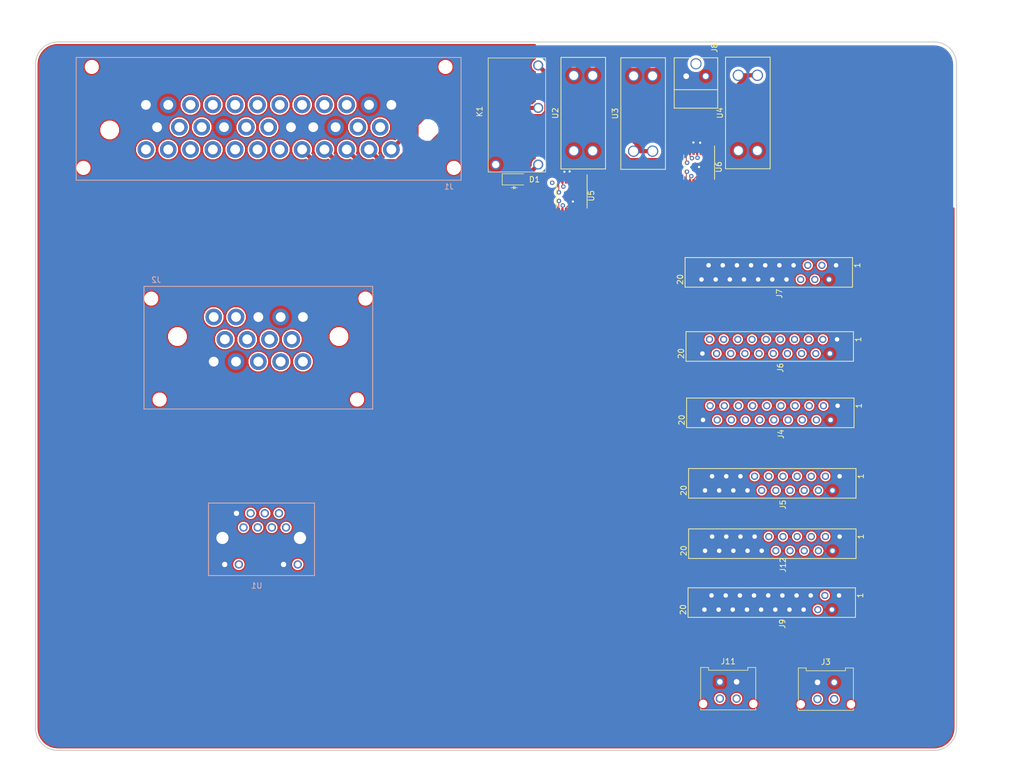
<source format=kicad_pcb>
(kicad_pcb (version 20171130) (host pcbnew 5.0.2-bee76a0~70~ubuntu18.04.1)
  (layers (0 F.Cu signal) (1 In1.Cu signal) (2 In2.Cu signal) (31 B.Cu signal) (34 B.Paste user) (35 F.Paste user) (36 B.SilkS user) (37 F.SilkS user) (38 B.Mask user) (39 F.Mask user) (44 Edge.Cuts user))
  (net 0 "")
  (net 1 "/BSPD RELAY LSD")
  (net 2 /12V)
  (net 3 "/E-STOP-R > BSPD")
  (net 4 "/FUSE > E-STOP-L")
  (net 5 "/CAN HIGH")
  (net 6 "/CAN LOW")
  (net 7 GND)
  (net 8 "/BSPD TEST SWITCH")
  (net 9 /5V)
  (net 10 "/BSPD > IS")
  (net 11 "/BSPD CURRENT SENSE")
  (net 12 "/COOLING PUMP LSD")
  (net 13 "/BRAKE PRESSURE +")
  (net 14 "/BRAKELIGHT LSD")
  (net 15 "/BRAKE PRESSURE SENSE")
  (net 16 "/BRAKE PRESSURE -")
  (net 17 "/RADIATOR TEMP -")
  (net 18 "/MC TEMP -")
  (net 19 "/MOTOR TEMP -")
  (net 20 "/RADIATOR TEMP +")
  (net 21 "/MC TEMP +")
  (net 22 "/MOTOR TEMP +")
  (net 23 /MOSI)
  (net 24 /RESET)
  (net 25 /MISO)
  (net 26 /SCK)
  (net 27 "/RJ45 LED G")
  (net 28 "/RJ45 LED O")
  (net 29 "/BATTERY +")
  (net 30 "/EXTRA TEMP 3 +")
  (net 31 "/EXTRA TEMP 2 -")
  (net 32 "/EXTRA TEMP 1 -")
  (net 33 "/EXTRA TEMP 2 +")
  (net 34 "/EXTRA TEMP 1 +")
  (net 35 "/EXTRA TEMP 3 -")
  (net 36 "/EXTRA TEMP 4 -")
  (net 37 "/EXTRA TEMP 4 +")
  (net 38 /5V_GLV)
  (net 39 /SDA_GLV)
  (net 40 /SCL_GLV)
  (net 41 /MISO_GLV)
  (net 42 /MOSI_GLV)
  (net 43 /SCK_GLV)
  (net 44 /CS_GLV)
  (net 45 /12V_Fused)
  (net 46 /12V_Cooling_Fused)
  (net 47 "Net-(U5-Pad13)")
  (net 48 /ALERT_GLV)
  (net 49 "Net-(U6-Pad13)")
  (net 50 "/COOLING PUMP +")
  (net 51 /12V_Cooling_Out)
  (net 52 /ALERT_Cool)
  (module footprints:Ampseal_35 (layer B.Cu) (at 82.55 30.48 180)
    (fp_text reference J1 (at -3.81 -10.16 180) (layer B.SilkS) (effects (justify mirror)))
    (fp_text value Ampseal_35_VT)
    (pad "" np_thru_hole circle (at 57 0 180) (size 2.85 2.85) (drill 2.85) (layers *.Cu *.Mask))
    (pad "" np_thru_hole circle (at 61.7 -6.8 180) (size 2 2) (drill 2) (layers *.Cu *.Mask))
    (pad "" np_thru_hole circle (at -4.7 -6.8 180) (size 2 2) (drill 2) (layers *.Cu *.Mask))
    (pad "" np_thru_hole circle (at 60.2 11.3 180) (size 2 2) (drill 2) (layers *.Cu *.Mask))
    (pad "" np_thru_hole circle (at -3.2 11.3 180) (size 2 2) (drill 2) (layers *.Cu *.Mask))
    (pad 31 thru_hole circle (at 34.5 -3.5 180) (size 3 3) (drill 1.75) (layers *.Cu *.Mask) (net 19 "/MOTOR TEMP -"))
    (pad 25 thru_hole circle (at 10.5 -3.5 180) (size 3 3) (drill 1.75) (layers *.Cu *.Mask) (net 3 "/E-STOP-R > BSPD"))
    (pad 26 thru_hole circle (at 14.5 -3.5 180) (size 3 3) (drill 1.75) (layers *.Cu *.Mask) (net 4 "/FUSE > E-STOP-L"))
    (pad 27 thru_hole circle (at 18.5 -3.5 180) (size 3 3) (drill 1.75) (layers *.Cu *.Mask) (net 50 "/COOLING PUMP +"))
    (pad 28 thru_hole circle (at 22.5 -3.5 180) (size 3 3) (drill 1.75) (layers *.Cu *.Mask) (net 51 /12V_Cooling_Out))
    (pad 29 thru_hole circle (at 26.5 -3.5 180) (size 3 3) (drill 1.75) (layers *.Cu *.Mask) (net 12 "/COOLING PUMP LSD"))
    (pad 30 thru_hole circle (at 30.5 -3.5 180) (size 3 3) (drill 1.75) (layers *.Cu *.Mask) (net 22 "/MOTOR TEMP +"))
    (pad 14 thru_hole circle (at 12.5 0.5 180) (size 3 3) (drill 1.75) (layers *.Cu *.Mask) (net 6 "/CAN LOW"))
    (pad 15 thru_hole circle (at 16.5 0.5 180) (size 3 3) (drill 1.75) (layers *.Cu *.Mask) (net 2 /12V))
    (pad 17 thru_hole circle (at 24.5 0.5 180) (size 3 3) (drill 1.75) (layers *.Cu *.Mask) (net 7 GND))
    (pad 16 thru_hole circle (at 20.5 0.5 180) (size 3 3) (drill 1.75) (layers *.Cu *.Mask) (net 7 GND))
    (pad 18 thru_hole circle (at 28.5 0.5 180) (size 3 3) (drill 1.75) (layers *.Cu *.Mask) (net 20 "/RADIATOR TEMP +"))
    (pad 19 thru_hole circle (at 32.5 0.5 180) (size 3 3) (drill 1.75) (layers *.Cu *.Mask) (net 17 "/RADIATOR TEMP -"))
    (pad 7 thru_hole circle (at 30.5 4.5 180) (size 3 3) (drill 1.75) (layers *.Cu *.Mask) (net 30 "/EXTRA TEMP 3 +"))
    (pad 6 thru_hole circle (at 26.5 4.5 180) (size 3 3) (drill 1.75) (layers *.Cu *.Mask) (net 31 "/EXTRA TEMP 2 -"))
    (pad 4 thru_hole circle (at 18.5 4.5 180) (size 3 3) (drill 1.75) (layers *.Cu *.Mask) (net 32 "/EXTRA TEMP 1 -"))
    (pad 5 thru_hole circle (at 22.5 4.5 180) (size 3 3) (drill 1.75) (layers *.Cu *.Mask) (net 33 "/EXTRA TEMP 2 +"))
    (pad 3 thru_hole circle (at 14.5 4.5 180) (size 3 3) (drill 1.75) (layers *.Cu *.Mask) (net 34 "/EXTRA TEMP 1 +"))
    (pad 2 thru_hole circle (at 10.5 4.5 180) (size 3 3) (drill 1.75) (layers *.Cu *.Mask) (net 2 /12V))
    (pad 24 thru_hole circle (at 6.5 -3.5 180) (size 3 3) (drill 1.75) (layers *.Cu *.Mask) (net 10 "/BSPD > IS"))
    (pad 13 thru_hole circle (at 8.5 0.5 180) (size 3 3) (drill 1.75) (layers *.Cu *.Mask) (net 5 "/CAN HIGH"))
    (pad 1 thru_hole circle (at 6.5 4.5 180) (size 3 3) (drill 1.75) (layers *.Cu *.Mask) (net 7 GND))
    (pad "" np_thru_hole circle (at 0 0 180) (size 2.85 2.85) (drill 2.85) (layers *.Cu *.Mask))
    (pad 8 thru_hole circle (at 34.5 4.5 180) (size 3 3) (drill 1.75) (layers *.Cu *.Mask) (net 35 "/EXTRA TEMP 3 -"))
    (pad 20 thru_hole circle (at 36.5 0.5 180) (size 3 3) (drill 1.75) (layers *.Cu *.Mask) (net 2 /12V))
    (pad 32 thru_hole circle (at 38.5 -3.5 180) (size 3 3) (drill 1.75) (layers *.Cu *.Mask) (net 21 "/MC TEMP +"))
    (pad 9 thru_hole circle (at 38.5 4.5 180) (size 3 3) (drill 1.75) (layers *.Cu *.Mask) (net 37 "/EXTRA TEMP 4 +"))
    (pad 33 thru_hole circle (at 42.5 -3.5 180) (size 3 3) (drill 1.75) (layers *.Cu *.Mask) (net 18 "/MC TEMP -"))
    (pad 21 thru_hole circle (at 40.5 0.5 180) (size 3 3) (drill 1.75) (layers *.Cu *.Mask) (net 5 "/CAN HIGH"))
    (pad 10 thru_hole circle (at 42.5 4.5 180) (size 3 3) (drill 1.75) (layers *.Cu *.Mask) (net 36 "/EXTRA TEMP 4 -"))
    (pad 34 thru_hole circle (at 46.5 -3.5 180) (size 3 3) (drill 1.75) (layers *.Cu *.Mask) (net 5 "/CAN HIGH"))
    (pad 22 thru_hole circle (at 44.5 0.5 180) (size 3 3) (drill 1.75) (layers *.Cu *.Mask) (net 6 "/CAN LOW"))
    (pad 11 thru_hole circle (at 46.5 4.5 180) (size 3 3) (drill 1.75) (layers *.Cu *.Mask) (net 2 /12V))
    (pad 35 thru_hole circle (at 50.5 -3.5 180) (size 3 3) (drill 1.75) (layers *.Cu *.Mask) (net 6 "/CAN LOW"))
    (pad 23 thru_hole circle (at 48.5 0.5 180) (size 3 3) (drill 1.75) (layers *.Cu *.Mask) (net 7 GND))
    (pad 12 thru_hole circle (at 50.5 4.5 180) (size 3 3) (drill 1.75) (layers *.Cu *.Mask) (net 7 GND))
  )
  (module footprints:D_SOD-123W_OEM (layer F.Cu) (at 98.1202 39.3319)
    (fp_text reference D1 (at 3.57886 0.02286) (layer F.SilkS))
    (fp_text value SS110LW hide)
    (pad 1 smd rect (at -1.4 0) (size 1.2 1.2) (layers F.Cu F.Paste F.Mask) (net 2 /12V))
    (pad 2 smd rect (at 1.4 0) (size 1.2 1.2) (layers F.Cu F.Paste F.Mask) (net 1 "/BSPD RELAY LSD"))
  )
  (module footprints:Ampseal_14 (layer B.Cu) (at 37.70122 67.51066)
    (fp_text reference J2 (at -3.81 -10.16) (layer B.SilkS) (effects (justify mirror)))
    (fp_text value Ampseal_14_VT)
    (pad "" np_thru_hole circle (at 28.95 0) (size 2.85 2.85) (drill 2.85) (layers *.Cu *.Mask))
    (pad "" np_thru_hole circle (at 33.7 -6.8) (size 2 2) (drill 2) (layers *.Cu *.Mask))
    (pad "" np_thru_hole circle (at -4.7 -6.8) (size 2 2) (drill 2) (layers *.Cu *.Mask))
    (pad "" np_thru_hole circle (at 32.2 11.3) (size 2 2) (drill 2) (layers *.Cu *.Mask))
    (pad "" np_thru_hole circle (at -3.2 11.3) (size 2 2) (drill 2) (layers *.Cu *.Mask))
    (pad 11 thru_hole circle (at 10.5 -3.5) (size 3 3) (drill 1.75) (layers *.Cu *.Mask) (net 6 "/CAN LOW"))
    (pad 12 thru_hole circle (at 14.5 -3.5) (size 3 3) (drill 1.75) (layers *.Cu *.Mask) (net 7 GND))
    (pad 13 thru_hole circle (at 18.5 -3.5) (size 3 3) (drill 1.75) (layers *.Cu *.Mask) (net 2 /12V))
    (pad 14 thru_hole circle (at 22.5 -3.5) (size 3 3) (drill 1.75) (layers *.Cu *.Mask) (net 7 GND))
    (pad 7 thru_hole circle (at 12.5 0.5) (size 3 3) (drill 1.75) (layers *.Cu *.Mask) (net 13 "/BRAKE PRESSURE +"))
    (pad 8 thru_hole circle (at 16.5 0.5) (size 3 3) (drill 1.75) (layers *.Cu *.Mask) (net 15 "/BRAKE PRESSURE SENSE"))
    (pad 9 thru_hole circle (at 20.5 0.5) (size 3 3) (drill 1.75) (layers *.Cu *.Mask) (net 16 "/BRAKE PRESSURE -"))
    (pad 4 thru_hole circle (at 18.5 4.5) (size 3 3) (drill 1.75) (layers *.Cu *.Mask) (net 8 "/BSPD TEST SWITCH"))
    (pad 5 thru_hole circle (at 22.5 4.5) (size 3 3) (drill 1.75) (layers *.Cu *.Mask) (net 9 /5V))
    (pad 3 thru_hole circle (at 14.5 4.5) (size 3 3) (drill 1.75) (layers *.Cu *.Mask) (net 14 "/BRAKELIGHT LSD"))
    (pad 2 thru_hole circle (at 10.5 4.5) (size 3 3) (drill 1.75) (layers *.Cu *.Mask) (net 2 /12V))
    (pad 10 thru_hole circle (at 6.5 -3.5) (size 3 3) (drill 1.75) (layers *.Cu *.Mask) (net 5 "/CAN HIGH"))
    (pad 6 thru_hole circle (at 8.5 0.5) (size 3 3) (drill 1.75) (layers *.Cu *.Mask) (net 11 "/BSPD CURRENT SENSE"))
    (pad 1 thru_hole circle (at 6.5 4.5) (size 3 3) (drill 1.75) (layers *.Cu *.Mask) (net 7 GND))
    (pad "" np_thru_hole circle (at 0 0) (size 2.85 2.85) (drill 2.85) (layers *.Cu *.Mask))
  )
  (module footprints:MicroFit_VT_4 (layer F.Cu) (at 152.43556 129.5019)
    (fp_text reference J3 (at 1.5 -3.67) (layer F.SilkS))
    (fp_text value MicroFit_VT_4)
    (pad "" np_thru_hole circle (at -3 3.94) (size 1 1) (drill 1) (layers *.Cu *.Mask))
    (pad "" np_thru_hole circle (at 6 3.94) (size 1 1) (drill 1) (layers *.Cu *.Mask))
    (pad 1 thru_hole roundrect (at 0 0) (size 1.5 1.5) (drill 1) (layers *.Cu *.Mask) (roundrect_rratio 0.166667) (net 7 GND))
    (pad 2 thru_hole circle (at 3 0) (size 1.5 1.5) (drill 1) (layers *.Cu *.Mask) (net 2 /12V))
    (pad 3 thru_hole circle (at 0 3) (size 1.5 1.5) (drill 1) (layers *.Cu *.Mask) (net 5 "/CAN HIGH"))
    (pad 4 thru_hole circle (at 3 3) (size 1.5 1.5) (drill 1) (layers *.Cu *.Mask) (net 6 "/CAN LOW"))
  )
  (module footprints:micromatch_female_ra_20 (layer F.Cu) (at 150.96744 79.9211 270)
    (fp_text reference J4 (at 5.08 5.08 270) (layer F.SilkS))
    (fp_text value MM_M_VT_20 hide)
    (fp_text user 1 (at 0 -8.89 270) (layer F.SilkS))
    (fp_text user 20 (at 2.54 22.86 270) (layer F.SilkS))
    (pad 20 thru_hole circle (at 2.54 19.05 270) (size 1.3 1.3) (drill 0.8) (layers *.Cu *.Mask) (net 7 GND))
    (pad 19 thru_hole circle (at 0 17.78 270) (size 1.3 1.3) (drill 0.8) (layers *.Cu *.Mask) (net 11 "/BSPD CURRENT SENSE"))
    (pad 18 thru_hole circle (at 2.54 16.51 270) (size 1.3 1.3) (drill 0.8) (layers *.Cu *.Mask) (net 10 "/BSPD > IS"))
    (pad 17 thru_hole circle (at 0 15.24 270) (size 1.3 1.3) (drill 0.8) (layers *.Cu *.Mask) (net 1 "/BSPD RELAY LSD"))
    (pad 16 thru_hole circle (at 2.54 13.97 270) (size 1.3 1.3) (drill 0.8) (layers *.Cu *.Mask) (net 28 "/RJ45 LED O"))
    (pad 15 thru_hole circle (at 0 12.7 270) (size 1.3 1.3) (drill 0.8) (layers *.Cu *.Mask) (net 27 "/RJ45 LED G"))
    (pad 14 thru_hole circle (at 2.54 11.43 270) (size 1.3 1.3) (drill 0.8) (layers *.Cu *.Mask) (net 8 "/BSPD TEST SWITCH"))
    (pad 13 thru_hole circle (at 0 10.16 270) (size 1.3 1.3) (drill 0.8) (layers *.Cu *.Mask) (net 14 "/BRAKELIGHT LSD"))
    (pad 12 thru_hole circle (at 2.54 8.89 270) (size 1.3 1.3) (drill 0.8) (layers *.Cu *.Mask) (net 16 "/BRAKE PRESSURE -"))
    (pad 11 thru_hole circle (at 0 7.62 270) (size 1.3 1.3) (drill 0.8) (layers *.Cu *.Mask) (net 15 "/BRAKE PRESSURE SENSE"))
    (pad 10 thru_hole circle (at 2.54 6.35 270) (size 1.3 1.3) (drill 0.8) (layers *.Cu *.Mask) (net 13 "/BRAKE PRESSURE +"))
    (pad 9 thru_hole circle (at 0 5.08 270) (size 1.3 1.3) (drill 0.8) (layers *.Cu *.Mask) (net 6 "/CAN LOW"))
    (pad 8 thru_hole circle (at 2.54 3.81 270) (size 1.3 1.3) (drill 0.8) (layers *.Cu *.Mask) (net 5 "/CAN HIGH"))
    (pad 6 thru_hole circle (at 2.54 1.27 270) (size 1.3 1.3) (drill 0.8) (layers *.Cu *.Mask) (net 26 /SCK))
    (pad 4 thru_hole circle (at 2.54 -1.27 270) (size 1.3 1.3) (drill 0.8) (layers *.Cu *.Mask) (net 25 /MISO))
    (pad 2 thru_hole circle (at 2.54 -3.81 270) (size 1.3 1.3) (drill 0.8) (layers *.Cu *.Mask) (net 2 /12V))
    (pad 7 thru_hole circle (at 0 2.54 270) (size 1.3 1.3) (drill 0.8) (layers *.Cu *.Mask) (net 24 /RESET))
    (pad 1 thru_hole circle (at 0 -5.08 270) (size 1.3 1.3) (drill 0.8) (layers *.Cu *.Mask) (net 7 GND))
    (pad 3 thru_hole circle (at 0 -2.54 270) (size 1.3 1.3) (drill 0.8) (layers *.Cu *.Mask) (net 9 /5V))
    (pad 5 thru_hole circle (at 0 0 270) (size 1.3 1.3) (drill 0.8) (layers *.Cu *.Mask) (net 23 /MOSI))
  )
  (module footprints:micromatch_female_ra_20 (layer F.Cu) (at 151.3205 92.56014 270)
    (fp_text reference J5 (at 5.08 5.08 270) (layer F.SilkS))
    (fp_text value MM_F_RA_20 hide)
    (fp_text user 20 (at 2.54 22.86 270) (layer F.SilkS))
    (fp_text user 1 (at 0 -8.89 270) (layer F.SilkS))
    (pad 5 thru_hole circle (at 0 0 270) (size 1.3 1.3) (drill 0.8) (layers *.Cu *.Mask) (net 38 /5V_GLV))
    (pad 3 thru_hole circle (at 0 -2.54 270) (size 1.3 1.3) (drill 0.8) (layers *.Cu *.Mask) (net 5 "/CAN HIGH"))
    (pad 1 thru_hole circle (at 0 -5.08 270) (size 1.3 1.3) (drill 0.8) (layers *.Cu *.Mask) (net 7 GND))
    (pad 7 thru_hole circle (at 0 2.54 270) (size 1.3 1.3) (drill 0.8) (layers *.Cu *.Mask) (net 40 /SCL_GLV))
    (pad 2 thru_hole circle (at 2.54 -3.81 270) (size 1.3 1.3) (drill 0.8) (layers *.Cu *.Mask) (net 2 /12V))
    (pad 4 thru_hole circle (at 2.54 -1.27 270) (size 1.3 1.3) (drill 0.8) (layers *.Cu *.Mask) (net 6 "/CAN LOW"))
    (pad 6 thru_hole circle (at 2.54 1.27 270) (size 1.3 1.3) (drill 0.8) (layers *.Cu *.Mask) (net 39 /SDA_GLV))
    (pad 8 thru_hole circle (at 2.54 3.81 270) (size 1.3 1.3) (drill 0.8) (layers *.Cu *.Mask) (net 41 /MISO_GLV))
    (pad 9 thru_hole circle (at 0 5.08 270) (size 1.3 1.3) (drill 0.8) (layers *.Cu *.Mask) (net 42 /MOSI_GLV))
    (pad 10 thru_hole circle (at 2.54 6.35 270) (size 1.3 1.3) (drill 0.8) (layers *.Cu *.Mask) (net 44 /CS_GLV))
    (pad 11 thru_hole circle (at 0 7.62 270) (size 1.3 1.3) (drill 0.8) (layers *.Cu *.Mask) (net 43 /SCK_GLV))
    (pad 12 thru_hole circle (at 2.54 8.89 270) (size 1.3 1.3) (drill 0.8) (layers *.Cu *.Mask) (net 48 /ALERT_GLV))
    (pad 13 thru_hole circle (at 0 10.16 270) (size 1.3 1.3) (drill 0.8) (layers *.Cu *.Mask) (net 52 /ALERT_Cool))
    (pad 14 thru_hole circle (at 2.54 11.43 270) (size 1.3 1.3) (drill 0.8) (layers *.Cu *.Mask) (net 7 GND))
    (pad 15 thru_hole circle (at 0 12.7 270) (size 1.3 1.3) (drill 0.8) (layers *.Cu *.Mask) (net 7 GND))
    (pad 16 thru_hole circle (at 2.54 13.97 270) (size 1.3 1.3) (drill 0.8) (layers *.Cu *.Mask) (net 7 GND))
    (pad 17 thru_hole circle (at 0 15.24 270) (size 1.3 1.3) (drill 0.8) (layers *.Cu *.Mask) (net 7 GND))
    (pad 18 thru_hole circle (at 2.54 16.51 270) (size 1.3 1.3) (drill 0.8) (layers *.Cu *.Mask) (net 7 GND))
    (pad 19 thru_hole circle (at 0 17.78 270) (size 1.3 1.3) (drill 0.8) (layers *.Cu *.Mask) (net 7 GND))
    (pad 20 thru_hole circle (at 2.54 19.05 270) (size 1.3 1.3) (drill 0.8) (layers *.Cu *.Mask) (net 7 GND))
  )
  (module footprints:micromatch_female_ra_20 (layer F.Cu) (at 150.85822 68.01866 270)
    (fp_text reference J6 (at 5.08 5.08 270) (layer F.SilkS))
    (fp_text value MM_M_VT_20 hide)
    (fp_text user 20 (at 2.54 22.86 270) (layer F.SilkS))
    (fp_text user 1 (at 0 -8.89 270) (layer F.SilkS))
    (pad 5 thru_hole circle (at 0 0 270) (size 1.3 1.3) (drill 0.8) (layers *.Cu *.Mask) (net 12 "/COOLING PUMP LSD"))
    (pad 3 thru_hole circle (at 0 -2.54 270) (size 1.3 1.3) (drill 0.8) (layers *.Cu *.Mask) (net 5 "/CAN HIGH"))
    (pad 1 thru_hole circle (at 0 -5.08 270) (size 1.3 1.3) (drill 0.8) (layers *.Cu *.Mask) (net 7 GND))
    (pad 7 thru_hole circle (at 0 2.54 270) (size 1.3 1.3) (drill 0.8) (layers *.Cu *.Mask) (net 17 "/RADIATOR TEMP -"))
    (pad 2 thru_hole circle (at 2.54 -3.81 270) (size 1.3 1.3) (drill 0.8) (layers *.Cu *.Mask) (net 2 /12V))
    (pad 4 thru_hole circle (at 2.54 -1.27 270) (size 1.3 1.3) (drill 0.8) (layers *.Cu *.Mask) (net 6 "/CAN LOW"))
    (pad 6 thru_hole circle (at 2.54 1.27 270) (size 1.3 1.3) (drill 0.8) (layers *.Cu *.Mask) (net 20 "/RADIATOR TEMP +"))
    (pad 8 thru_hole circle (at 2.54 3.81 270) (size 1.3 1.3) (drill 0.8) (layers *.Cu *.Mask) (net 22 "/MOTOR TEMP +"))
    (pad 9 thru_hole circle (at 0 5.08 270) (size 1.3 1.3) (drill 0.8) (layers *.Cu *.Mask) (net 19 "/MOTOR TEMP -"))
    (pad 10 thru_hole circle (at 2.54 6.35 270) (size 1.3 1.3) (drill 0.8) (layers *.Cu *.Mask) (net 21 "/MC TEMP +"))
    (pad 11 thru_hole circle (at 0 7.62 270) (size 1.3 1.3) (drill 0.8) (layers *.Cu *.Mask) (net 18 "/MC TEMP -"))
    (pad 12 thru_hole circle (at 2.54 8.89 270) (size 1.3 1.3) (drill 0.8) (layers *.Cu *.Mask) (net 34 "/EXTRA TEMP 1 +"))
    (pad 13 thru_hole circle (at 0 10.16 270) (size 1.3 1.3) (drill 0.8) (layers *.Cu *.Mask) (net 32 "/EXTRA TEMP 1 -"))
    (pad 14 thru_hole circle (at 2.54 11.43 270) (size 1.3 1.3) (drill 0.8) (layers *.Cu *.Mask) (net 33 "/EXTRA TEMP 2 +"))
    (pad 15 thru_hole circle (at 0 12.7 270) (size 1.3 1.3) (drill 0.8) (layers *.Cu *.Mask) (net 31 "/EXTRA TEMP 2 -"))
    (pad 16 thru_hole circle (at 2.54 13.97 270) (size 1.3 1.3) (drill 0.8) (layers *.Cu *.Mask) (net 30 "/EXTRA TEMP 3 +"))
    (pad 17 thru_hole circle (at 0 15.24 270) (size 1.3 1.3) (drill 0.8) (layers *.Cu *.Mask) (net 35 "/EXTRA TEMP 3 -"))
    (pad 18 thru_hole circle (at 2.54 16.51 270) (size 1.3 1.3) (drill 0.8) (layers *.Cu *.Mask) (net 37 "/EXTRA TEMP 4 +"))
    (pad 19 thru_hole circle (at 0 17.78 270) (size 1.3 1.3) (drill 0.8) (layers *.Cu *.Mask) (net 36 "/EXTRA TEMP 4 -"))
    (pad 20 thru_hole circle (at 2.54 19.05 270) (size 1.3 1.3) (drill 0.8) (layers *.Cu *.Mask) (net 7 GND))
  )
  (module footprints:micromatch_female_ra_20 (layer F.Cu) (at 150.69058 54.73954 270)
    (fp_text reference J7 (at 5.08 5.08 270) (layer F.SilkS))
    (fp_text value MM_M_VT_20 hide)
    (fp_text user 20 (at 2.54 22.86 270) (layer F.SilkS))
    (fp_text user 1 (at 0 -8.89 270) (layer F.SilkS))
    (pad 5 thru_hole circle (at 0 0 270) (size 1.3 1.3) (drill 0.8) (layers *.Cu *.Mask) (net 3 "/E-STOP-R > BSPD"))
    (pad 3 thru_hole circle (at 0 -2.54 270) (size 1.3 1.3) (drill 0.8) (layers *.Cu *.Mask) (net 5 "/CAN HIGH"))
    (pad 1 thru_hole circle (at 0 -5.08 270) (size 1.3 1.3) (drill 0.8) (layers *.Cu *.Mask) (net 7 GND))
    (pad 7 thru_hole circle (at 0 2.54 270) (size 1.3 1.3) (drill 0.8) (layers *.Cu *.Mask) (net 7 GND))
    (pad 2 thru_hole circle (at 2.54 -3.81 270) (size 1.3 1.3) (drill 0.8) (layers *.Cu *.Mask) (net 2 /12V))
    (pad 4 thru_hole circle (at 2.54 -1.27 270) (size 1.3 1.3) (drill 0.8) (layers *.Cu *.Mask) (net 6 "/CAN LOW"))
    (pad 6 thru_hole circle (at 2.54 1.27 270) (size 1.3 1.3) (drill 0.8) (layers *.Cu *.Mask) (net 4 "/FUSE > E-STOP-L"))
    (pad 8 thru_hole circle (at 2.54 3.81 270) (size 1.3 1.3) (drill 0.8) (layers *.Cu *.Mask) (net 7 GND))
    (pad 9 thru_hole circle (at 0 5.08 270) (size 1.3 1.3) (drill 0.8) (layers *.Cu *.Mask) (net 7 GND))
    (pad 10 thru_hole circle (at 2.54 6.35 270) (size 1.3 1.3) (drill 0.8) (layers *.Cu *.Mask) (net 7 GND))
    (pad 11 thru_hole circle (at 0 7.62 270) (size 1.3 1.3) (drill 0.8) (layers *.Cu *.Mask) (net 7 GND))
    (pad 12 thru_hole circle (at 2.54 8.89 270) (size 1.3 1.3) (drill 0.8) (layers *.Cu *.Mask) (net 7 GND))
    (pad 13 thru_hole circle (at 0 10.16 270) (size 1.3 1.3) (drill 0.8) (layers *.Cu *.Mask) (net 7 GND))
    (pad 14 thru_hole circle (at 2.54 11.43 270) (size 1.3 1.3) (drill 0.8) (layers *.Cu *.Mask) (net 7 GND))
    (pad 15 thru_hole circle (at 0 12.7 270) (size 1.3 1.3) (drill 0.8) (layers *.Cu *.Mask) (net 7 GND))
    (pad 16 thru_hole circle (at 2.54 13.97 270) (size 1.3 1.3) (drill 0.8) (layers *.Cu *.Mask) (net 7 GND))
    (pad 17 thru_hole circle (at 0 15.24 270) (size 1.3 1.3) (drill 0.8) (layers *.Cu *.Mask) (net 7 GND))
    (pad 18 thru_hole circle (at 2.54 16.51 270) (size 1.3 1.3) (drill 0.8) (layers *.Cu *.Mask) (net 7 GND))
    (pad 19 thru_hole circle (at 0 17.78 270) (size 1.3 1.3) (drill 0.8) (layers *.Cu *.Mask) (net 7 GND))
    (pad 20 thru_hole circle (at 2.54 19.05 270) (size 1.3 1.3) (drill 0.8) (layers *.Cu *.Mask) (net 7 GND))
  )
  (module footprints:Ultrafit_2 (layer F.Cu) (at 128.89992 20.8407 90)
    (fp_text reference J8 (at 5.08 5.08 90) (layer F.SilkS))
    (fp_text value UF_2_VT hide)
    (pad 2 thru_hole circle (at 0 0 90) (size 1.397 1.397) (drill 1.02) (layers *.Cu *.Mask) (net 7 GND))
    (pad 1 thru_hole circle (at 0 3.5 90) (size 1.397 1.397) (drill 1.02) (layers *.Cu *.Mask) (net 29 "/BATTERY +"))
    (pad "" thru_hole circle (at 2.23 1.75 90) (size 1.981 1.981) (drill 1.6) (layers *.Cu *.Mask))
  )
  (module footprints:micromatch_female_ra_20 (layer F.Cu) (at 151.22144 113.92662 270)
    (fp_text reference J9 (at 5.08 5.08 270) (layer F.SilkS))
    (fp_text value MM_M_VT_20 hide)
    (fp_text user 20 (at 2.54 22.86 270) (layer F.SilkS))
    (fp_text user 1 (at 0 -8.89 270) (layer F.SilkS))
    (pad 5 thru_hole circle (at 0 0 270) (size 1.3 1.3) (drill 0.8) (layers *.Cu *.Mask) (net 7 GND))
    (pad 3 thru_hole circle (at 0 -2.54 270) (size 1.3 1.3) (drill 0.8) (layers *.Cu *.Mask) (net 5 "/CAN HIGH"))
    (pad 1 thru_hole circle (at 0 -5.08 270) (size 1.3 1.3) (drill 0.8) (layers *.Cu *.Mask) (net 7 GND))
    (pad 7 thru_hole circle (at 0 2.54 270) (size 1.3 1.3) (drill 0.8) (layers *.Cu *.Mask) (net 7 GND))
    (pad 2 thru_hole circle (at 2.54 -3.81 270) (size 1.3 1.3) (drill 0.8) (layers *.Cu *.Mask) (net 2 /12V))
    (pad 4 thru_hole circle (at 2.54 -1.27 270) (size 1.3 1.3) (drill 0.8) (layers *.Cu *.Mask) (net 6 "/CAN LOW"))
    (pad 6 thru_hole circle (at 2.54 1.27 270) (size 1.3 1.3) (drill 0.8) (layers *.Cu *.Mask) (net 7 GND))
    (pad 8 thru_hole circle (at 2.54 3.81 270) (size 1.3 1.3) (drill 0.8) (layers *.Cu *.Mask) (net 7 GND))
    (pad 9 thru_hole circle (at 0 5.08 270) (size 1.3 1.3) (drill 0.8) (layers *.Cu *.Mask) (net 7 GND))
    (pad 10 thru_hole circle (at 2.54 6.35 270) (size 1.3 1.3) (drill 0.8) (layers *.Cu *.Mask) (net 7 GND))
    (pad 11 thru_hole circle (at 0 7.62 270) (size 1.3 1.3) (drill 0.8) (layers *.Cu *.Mask) (net 7 GND))
    (pad 12 thru_hole circle (at 2.54 8.89 270) (size 1.3 1.3) (drill 0.8) (layers *.Cu *.Mask) (net 7 GND))
    (pad 13 thru_hole circle (at 0 10.16 270) (size 1.3 1.3) (drill 0.8) (layers *.Cu *.Mask) (net 7 GND))
    (pad 14 thru_hole circle (at 2.54 11.43 270) (size 1.3 1.3) (drill 0.8) (layers *.Cu *.Mask) (net 7 GND))
    (pad 15 thru_hole circle (at 0 12.7 270) (size 1.3 1.3) (drill 0.8) (layers *.Cu *.Mask) (net 7 GND))
    (pad 16 thru_hole circle (at 2.54 13.97 270) (size 1.3 1.3) (drill 0.8) (layers *.Cu *.Mask) (net 7 GND))
    (pad 17 thru_hole circle (at 0 15.24 270) (size 1.3 1.3) (drill 0.8) (layers *.Cu *.Mask) (net 7 GND))
    (pad 18 thru_hole circle (at 2.54 16.51 270) (size 1.3 1.3) (drill 0.8) (layers *.Cu *.Mask) (net 7 GND))
    (pad 19 thru_hole circle (at 0 17.78 270) (size 1.3 1.3) (drill 0.8) (layers *.Cu *.Mask) (net 7 GND))
    (pad 20 thru_hole circle (at 2.54 19.05 270) (size 1.3 1.3) (drill 0.8) (layers *.Cu *.Mask) (net 7 GND))
  )
  (module footprints:MicroFit_VT_4 (layer F.Cu) (at 134.93496 129.41554)
    (fp_text reference J11 (at 1.5 -3.67) (layer F.SilkS))
    (fp_text value MicroFit_VT_4)
    (pad 4 thru_hole circle (at 3 3) (size 1.5 1.5) (drill 1) (layers *.Cu *.Mask) (net 6 "/CAN LOW"))
    (pad 3 thru_hole circle (at 0 3) (size 1.5 1.5) (drill 1) (layers *.Cu *.Mask) (net 5 "/CAN HIGH"))
    (pad 2 thru_hole circle (at 3 0) (size 1.5 1.5) (drill 1) (layers *.Cu *.Mask) (net 7 GND))
    (pad 1 thru_hole roundrect (at 0 0) (size 1.5 1.5) (drill 1) (layers *.Cu *.Mask) (roundrect_rratio 0.166667) (net 2 /12V))
    (pad "" np_thru_hole circle (at 6 3.94) (size 1 1) (drill 1) (layers *.Cu *.Mask))
    (pad "" np_thru_hole circle (at -3 3.94) (size 1 1) (drill 1) (layers *.Cu *.Mask))
  )
  (module footprints:micromatch_female_ra_20 (layer F.Cu) (at 151.32558 103.37038 270)
    (fp_text reference J12 (at 5.08 5.08 270) (layer F.SilkS))
    (fp_text value MM_F_RA_20 hide)
    (fp_text user 1 (at 0 -8.89 270) (layer F.SilkS))
    (fp_text user 20 (at 2.54 22.86 270) (layer F.SilkS))
    (pad 20 thru_hole circle (at 2.54 19.05 270) (size 1.3 1.3) (drill 0.8) (layers *.Cu *.Mask) (net 7 GND))
    (pad 19 thru_hole circle (at 0 17.78 270) (size 1.3 1.3) (drill 0.8) (layers *.Cu *.Mask) (net 7 GND))
    (pad 18 thru_hole circle (at 2.54 16.51 270) (size 1.3 1.3) (drill 0.8) (layers *.Cu *.Mask) (net 7 GND))
    (pad 17 thru_hole circle (at 0 15.24 270) (size 1.3 1.3) (drill 0.8) (layers *.Cu *.Mask) (net 7 GND))
    (pad 16 thru_hole circle (at 2.54 13.97 270) (size 1.3 1.3) (drill 0.8) (layers *.Cu *.Mask) (net 7 GND))
    (pad 15 thru_hole circle (at 0 12.7 270) (size 1.3 1.3) (drill 0.8) (layers *.Cu *.Mask) (net 7 GND))
    (pad 14 thru_hole circle (at 2.54 11.43 270) (size 1.3 1.3) (drill 0.8) (layers *.Cu *.Mask) (net 7 GND))
    (pad 13 thru_hole circle (at 0 10.16 270) (size 1.3 1.3) (drill 0.8) (layers *.Cu *.Mask) (net 7 GND))
    (pad 12 thru_hole circle (at 2.54 8.89 270) (size 1.3 1.3) (drill 0.8) (layers *.Cu *.Mask) (net 7 GND))
    (pad 11 thru_hole circle (at 0 7.62 270) (size 1.3 1.3) (drill 0.8) (layers *.Cu *.Mask) (net 43 /SCK_GLV))
    (pad 10 thru_hole circle (at 2.54 6.35 270) (size 1.3 1.3) (drill 0.8) (layers *.Cu *.Mask) (net 44 /CS_GLV))
    (pad 9 thru_hole circle (at 0 5.08 270) (size 1.3 1.3) (drill 0.8) (layers *.Cu *.Mask) (net 42 /MOSI_GLV))
    (pad 8 thru_hole circle (at 2.54 3.81 270) (size 1.3 1.3) (drill 0.8) (layers *.Cu *.Mask) (net 41 /MISO_GLV))
    (pad 6 thru_hole circle (at 2.54 1.27 270) (size 1.3 1.3) (drill 0.8) (layers *.Cu *.Mask) (net 39 /SDA_GLV))
    (pad 4 thru_hole circle (at 2.54 -1.27 270) (size 1.3 1.3) (drill 0.8) (layers *.Cu *.Mask) (net 6 "/CAN LOW"))
    (pad 2 thru_hole circle (at 2.54 -3.81 270) (size 1.3 1.3) (drill 0.8) (layers *.Cu *.Mask) (net 2 /12V))
    (pad 7 thru_hole circle (at 0 2.54 270) (size 1.3 1.3) (drill 0.8) (layers *.Cu *.Mask) (net 40 /SCL_GLV))
    (pad 1 thru_hole circle (at 0 -5.08 270) (size 1.3 1.3) (drill 0.8) (layers *.Cu *.Mask) (net 7 GND))
    (pad 3 thru_hole circle (at 0 -2.54 270) (size 1.3 1.3) (drill 0.8) (layers *.Cu *.Mask) (net 5 "/CAN HIGH"))
    (pad 5 thru_hole circle (at 0 0 270) (size 1.3 1.3) (drill 0.8) (layers *.Cu *.Mask) (net 38 /5V_GLV))
  )
  (module footprints:Relay_SPST_OMRON-G5Q-1A4_OEM (layer F.Cu) (at 102.36962 36.68014 90)
    (fp_text reference K1 (at 9.5 -10.5 270) (layer F.SilkS))
    (fp_text value G5Q-1A4-DC5-5V hide)
    (pad 1 thru_hole circle (at 0 0 270) (size 1.8 1.8) (drill 1.3) (layers *.Cu *.Mask) (net 1 "/BSPD RELAY LSD"))
    (pad 2 thru_hole circle (at 10.16 0 270) (size 1.8 1.8) (drill 1.3) (layers *.Cu *.Mask) (net 10 "/BSPD > IS"))
    (pad 3 thru_hole circle (at 17.78 0 270) (size 1.8 1.8) (drill 1.3) (layers *.Cu *.Mask) (net 3 "/E-STOP-R > BSPD"))
    (pad 5 thru_hole circle (at 0 -7.62 270) (size 1.8 1.8) (drill 1.3) (layers *.Cu *.Mask) (net 2 /12V))
  )
  (module footprints:RJ45-Vertical (layer B.Cu) (at 59.26836 108.36402 180)
    (fp_text reference U1 (at 7.366 -3.81 180) (layer B.SilkS) (effects (justify mirror)))
    (fp_text value RJ45_VT)
    (pad 12 thru_hole circle (at 0 0 180) (size 1.5 1.5) (drill 0.95) (layers *.Cu *.Mask) (net 27 "/RJ45 LED G"))
    (pad 11 thru_hole circle (at 2.54 0 180) (size 1.5 1.5) (drill 0.95) (layers *.Cu *.Mask) (net 7 GND))
    (pad 9 thru_hole circle (at 13.1 0 180) (size 1.5 1.5) (drill 0.95) (layers *.Cu *.Mask) (net 7 GND))
    (pad 10 thru_hole circle (at 10.56 0 180) (size 1.5 1.5) (drill 0.95) (layers *.Cu *.Mask) (net 28 "/RJ45 LED O"))
    (pad 1 thru_hole circle (at 2.1 6.63 180) (size 1.5 1.5) (drill 0.95) (layers *.Cu *.Mask) (net 6 "/CAN LOW"))
    (pad 3 thru_hole circle (at 4.64 6.63 180) (size 1.5 1.5) (drill 0.95) (layers *.Cu *.Mask) (net 24 /RESET))
    (pad 5 thru_hole circle (at 7.18 6.63 180) (size 1.5 1.5) (drill 0.95) (layers *.Cu *.Mask) (net 25 /MISO))
    (pad 7 thru_hole circle (at 9.72 6.63 180) (size 1.5 1.5) (drill 0.95) (layers *.Cu *.Mask) (net 9 /5V))
    (pad 2 thru_hole circle (at 3.37 9.17 180) (size 1.5 1.5) (drill 0.95) (layers *.Cu *.Mask) (net 5 "/CAN HIGH"))
    (pad 4 thru_hole circle (at 5.91 9.17 180) (size 1.5 1.5) (drill 0.95) (layers *.Cu *.Mask) (net 26 /SCK))
    (pad 6 thru_hole circle (at 8.45 9.17 180) (size 1.5 1.5) (drill 0.95) (layers *.Cu *.Mask B.Paste) (net 23 /MOSI))
    (pad 8 thru_hole circle (at 10.99 9.17 180) (size 1.5 1.5) (drill 0.95) (layers *.Cu *.Mask) (net 7 GND))
    (pad 13 thru_hole circle (at -0.4 4.75 180) (size 2.75 2.75) (drill 2.18) (layers *.Cu *.Mask) (net 7 GND))
    (pad 14 thru_hole circle (at 13.5 4.75 180) (size 2.75 2.75) (drill 2.18) (layers *.Cu *.Mask) (net 7 GND))
  )
  (module footprints:Fuse_Block_Holder (layer F.Cu) (at 110.44682 27.46756 270)
    (fp_text reference U2 (at 0 5 270) (layer F.SilkS))
    (fp_text value Fuse_Holder_Blade)
    (pad 1 thru_hole circle (at -6.75 1.7 270) (size 2.032 2.032) (drill 1.6002) (layers *.Cu *.Mask) (net 29 "/BATTERY +"))
    (pad 1 thru_hole circle (at -6.75 -1.7) (size 2.032 2.032) (drill 1.6002) (layers *.Cu *.Mask) (net 29 "/BATTERY +"))
    (pad 2 thru_hole circle (at 6.75 -1.7 270) (size 2.032 2.032) (drill 1.6002) (layers *.Cu *.Mask) (net 45 /12V_Fused))
    (pad 2 thru_hole circle (at 6.75 1.7 270) (size 2.032 2.032) (drill 1.6002) (layers *.Cu *.Mask) (net 45 /12V_Fused))
  )
  (module footprints:Fuse_Block_Holder (layer F.Cu) (at 121.17578 27.53106 270)
    (fp_text reference U3 (at 0 5 270) (layer F.SilkS))
    (fp_text value Fuse_Holder_Blade)
    (pad 2 thru_hole circle (at 6.75 1.7 270) (size 2.032 2.032) (drill 1.6002) (layers *.Cu *.Mask) (net 4 "/FUSE > E-STOP-L"))
    (pad 2 thru_hole circle (at 6.75 -1.7 270) (size 2.032 2.032) (drill 1.6002) (layers *.Cu *.Mask) (net 4 "/FUSE > E-STOP-L"))
    (pad 1 thru_hole circle (at -6.75 -1.7) (size 2.032 2.032) (drill 1.6002) (layers *.Cu *.Mask) (net 29 "/BATTERY +"))
    (pad 1 thru_hole circle (at -6.75 1.7 270) (size 2.032 2.032) (drill 1.6002) (layers *.Cu *.Mask) (net 29 "/BATTERY +"))
  )
  (module footprints:Fuse_Block_Holder (layer F.Cu) (at 139.95654 27.42946 270)
    (fp_text reference U4 (at 0 5 270) (layer F.SilkS))
    (fp_text value Fuse_Holder_Blade)
    (pad 1 thru_hole circle (at -6.75 1.7 270) (size 2.032 2.032) (drill 1.6002) (layers *.Cu *.Mask) (net 50 "/COOLING PUMP +"))
    (pad 1 thru_hole circle (at -6.75 -1.7) (size 2.032 2.032) (drill 1.6002) (layers *.Cu *.Mask) (net 50 "/COOLING PUMP +"))
    (pad 2 thru_hole circle (at 6.75 -1.7 270) (size 2.032 2.032) (drill 1.6002) (layers *.Cu *.Mask) (net 46 /12V_Cooling_Fused))
    (pad 2 thru_hole circle (at 6.75 1.7 270) (size 2.032 2.032) (drill 1.6002) (layers *.Cu *.Mask) (net 46 /12V_Cooling_Fused))
  )
  (module Package_SO:TSSOP-16_4.4x5mm_P0.65mm (layer F.Cu) (at 108.33862 42.28846 270)
    (fp_text reference U5 (at 0 -3.55 270) (layer F.SilkS))
    (fp_text value INA260)
    (pad 16 smd rect (at 2.95 -2.275 270) (size 1.5 0.45) (layers F.Cu F.Paste F.Mask) (net 2 /12V))
    (pad 15 smd rect (at 2.95 -1.625 270) (size 1.5 0.45) (layers F.Cu F.Paste F.Mask) (net 2 /12V))
    (pad 14 smd rect (at 2.95 -0.975 270) (size 1.5 0.45) (layers F.Cu F.Paste F.Mask) (net 2 /12V))
    (pad 13 smd rect (at 2.95 -0.325 270) (size 1.5 0.45) (layers F.Cu F.Paste F.Mask) (net 47 "Net-(U5-Pad13)"))
    (pad 12 smd rect (at 2.95 0.325 270) (size 1.5 0.45) (layers F.Cu F.Paste F.Mask) (net 45 /12V_Fused))
    (pad 11 smd rect (at 2.95 0.975 270) (size 1.5 0.45) (layers F.Cu F.Paste F.Mask) (net 7 GND))
    (pad 10 smd rect (at 2.95 1.625 270) (size 1.5 0.45) (layers F.Cu F.Paste F.Mask) (net 38 /5V_GLV))
    (pad 9 smd rect (at 2.95 2.275 270) (size 1.5 0.45) (layers F.Cu F.Paste F.Mask) (net 40 /SCL_GLV))
    (pad 8 smd rect (at -2.95 2.275 270) (size 1.5 0.45) (layers F.Cu F.Paste F.Mask) (net 39 /SDA_GLV))
    (pad 7 smd rect (at -2.95 1.625 270) (size 1.5 0.45) (layers F.Cu F.Paste F.Mask) (net 48 /ALERT_GLV))
    (pad 6 smd rect (at -2.95 0.975 270) (size 1.5 0.45) (layers F.Cu F.Paste F.Mask) (net 7 GND))
    (pad 5 smd rect (at -2.95 0.325 270) (size 1.5 0.45) (layers F.Cu F.Paste F.Mask) (net 7 GND))
    (pad 4 smd rect (at -2.95 -0.325 270) (size 1.5 0.45) (layers F.Cu F.Paste F.Mask) (net 7 GND))
    (pad 3 smd rect (at -2.95 -0.975 270) (size 1.5 0.45) (layers F.Cu F.Paste F.Mask) (net 45 /12V_Fused))
    (pad 2 smd rect (at -2.95 -1.625 270) (size 1.5 0.45) (layers F.Cu F.Paste F.Mask) (net 45 /12V_Fused))
    (pad 1 smd rect (at -2.95 -2.275 270) (size 1.5 0.45) (layers F.Cu F.Paste F.Mask) (net 45 /12V_Fused))
  )
  (module Package_SO:TSSOP-16_4.4x5mm_P0.65mm (layer F.Cu) (at 131.191 37.12972 270)
    (fp_text reference U6 (at 0 -3.55 270) (layer F.SilkS))
    (fp_text value INA260)
    (pad 1 smd rect (at -2.95 -2.275 270) (size 1.5 0.45) (layers F.Cu F.Paste F.Mask) (net 46 /12V_Cooling_Fused))
    (pad 2 smd rect (at -2.95 -1.625 270) (size 1.5 0.45) (layers F.Cu F.Paste F.Mask) (net 46 /12V_Cooling_Fused))
    (pad 3 smd rect (at -2.95 -0.975 270) (size 1.5 0.45) (layers F.Cu F.Paste F.Mask) (net 46 /12V_Cooling_Fused))
    (pad 4 smd rect (at -2.95 -0.325 270) (size 1.5 0.45) (layers F.Cu F.Paste F.Mask) (net 7 GND))
    (pad 5 smd rect (at -2.95 0.325 270) (size 1.5 0.45) (layers F.Cu F.Paste F.Mask) (net 38 /5V_GLV))
    (pad 6 smd rect (at -2.95 0.975 270) (size 1.5 0.45) (layers F.Cu F.Paste F.Mask) (net 7 GND))
    (pad 7 smd rect (at -2.95 1.625 270) (size 1.5 0.45) (layers F.Cu F.Paste F.Mask) (net 52 /ALERT_Cool))
    (pad 8 smd rect (at -2.95 2.275 270) (size 1.5 0.45) (layers F.Cu F.Paste F.Mask) (net 39 /SDA_GLV))
    (pad 9 smd rect (at 2.95 2.275 270) (size 1.5 0.45) (layers F.Cu F.Paste F.Mask) (net 40 /SCL_GLV))
    (pad 10 smd rect (at 2.95 1.625 270) (size 1.5 0.45) (layers F.Cu F.Paste F.Mask) (net 38 /5V_GLV))
    (pad 11 smd rect (at 2.95 0.975 270) (size 1.5 0.45) (layers F.Cu F.Paste F.Mask) (net 7 GND))
    (pad 12 smd rect (at 2.95 0.325 270) (size 1.5 0.45) (layers F.Cu F.Paste F.Mask) (net 46 /12V_Cooling_Fused))
    (pad 13 smd rect (at 2.95 -0.325 270) (size 1.5 0.45) (layers F.Cu F.Paste F.Mask) (net 49 "Net-(U6-Pad13)"))
    (pad 14 smd rect (at 2.95 -0.975 270) (size 1.5 0.45) (layers F.Cu F.Paste F.Mask) (net 51 /12V_Cooling_Out))
    (pad 15 smd rect (at 2.95 -1.625 270) (size 1.5 0.45) (layers F.Cu F.Paste F.Mask) (net 51 /12V_Cooling_Out))
    (pad 16 smd rect (at 2.95 -2.275 270) (size 1.5 0.45) (layers F.Cu F.Paste F.Mask) (net 51 /12V_Cooling_Out))
  )
  (gr_arc (start 173.36058 18.70152) (end 177.36058 18.70152) (angle -90) (layer Edge.Cuts) (width 0.2))
  (gr_line (start 177.36058 137.70152) (end 177.36058 18.70152) (layer Edge.Cuts) (width 0.2))
  (gr_arc (start 173.36058 137.70152) (end 173.36058 141.70152) (angle -90) (layer Edge.Cuts) (width 0.2))
  (gr_arc (start 16.26058 18.70152) (end 16.26058 14.70152) (angle -90) (layer Edge.Cuts) (width 0.2))
  (gr_line (start 173.36058 14.70152) (end 16.26058 14.70152) (layer Edge.Cuts) (width 0.2))
  (gr_line (start 16.26058 141.70152) (end 173.36058 141.70152) (layer Edge.Cuts) (width 0.2))
  (gr_arc (start 16.26058 137.70152) (end 12.26058 137.70152) (angle -90) (layer Edge.Cuts) (width 0.2))
  (gr_line (start 12.26058 18.70152) (end 12.26058 137.70152) (layer Edge.Cuts) (width 0.2))
  (segment (start 99.71786 39.3319) (end 102.36962 36.68014) (width 0.762) (layer F.Cu) (net 1))
  (segment (start 99.5202 39.3319) (end 99.71786 39.3319) (width 0.762) (layer F.Cu) (net 1))
  (segment (start 103.269619 19.800139) (end 102.36962 18.90014) (width 0.762) (layer F.Cu) (net 3))
  (segment (start 103.850621 20.381141) (end 103.269619 19.800139) (width 0.762) (layer F.Cu) (net 3))
  (segment (start 103.080501 28.001141) (end 103.850621 27.231021) (width 0.762) (layer F.Cu) (net 3))
  (segment (start 82.059977 28.001141) (end 103.080501 28.001141) (width 0.762) (layer F.Cu) (net 3))
  (segment (start 80.543999 29.517119) (end 82.059977 28.001141) (width 0.762) (layer F.Cu) (net 3))
  (segment (start 80.543999 32.565883) (end 80.543999 29.517119) (width 0.762) (layer F.Cu) (net 3))
  (segment (start 77.013942 36.09594) (end 80.543999 32.565883) (width 0.762) (layer F.Cu) (net 3))
  (segment (start 74.16594 36.09594) (end 77.013942 36.09594) (width 0.762) (layer F.Cu) (net 3))
  (segment (start 103.850621 27.231021) (end 103.850621 20.381141) (width 0.762) (layer F.Cu) (net 3))
  (segment (start 72.05 33.98) (end 74.16594 36.09594) (width 0.762) (layer F.Cu) (net 3))
  (segment (start 115.967091 28.963151) (end 121.285 34.28106) (width 0.762) (layer F.Cu) (net 4))
  (segment (start 121.285 34.28106) (end 119.47578 34.28106) (width 0.762) (layer F.Cu) (net 4))
  (segment (start 122.87578 34.28106) (end 121.285 34.28106) (width 0.762) (layer F.Cu) (net 4))
  (segment (start 68.05 33.98) (end 71.12795 37.05795) (width 0.762) (layer F.Cu) (net 4))
  (segment (start 71.12795 37.05795) (end 78.940932 37.05795) (width 0.762) (layer F.Cu) (net 4))
  (segment (start 78.940932 37.05795) (end 87.035731 28.963151) (width 0.762) (layer F.Cu) (net 4))
  (segment (start 87.035731 28.963151) (end 115.967091 28.963151) (width 0.762) (layer F.Cu) (net 4))
  (segment (start 130.216 40.07972) (end 130.216 39.357082) (width 0.1524) (layer F.Cu) (net 7))
  (via (at 130.19278 32.72536) (size 0.8) (drill 0.4) (layers F.Cu B.Cu) (net 7))
  (segment (start 130.216 34.17972) (end 130.216 32.74858) (width 0.1524) (layer F.Cu) (net 7))
  (segment (start 130.216 32.74858) (end 130.19278 32.72536) (width 0.1524) (layer F.Cu) (net 7))
  (via (at 131.40436 32.766) (size 0.8) (drill 0.4) (layers F.Cu B.Cu) (net 7))
  (segment (start 131.516 34.17972) (end 131.516 32.87764) (width 0.1524) (layer F.Cu) (net 7))
  (segment (start 131.516 32.87764) (end 131.40436 32.766) (width 0.1524) (layer F.Cu) (net 7))
  (via (at 131.203041 37.1094) (size 0.8) (drill 0.4) (layers F.Cu B.Cu) (net 7))
  (segment (start 130.216 39.357082) (end 131.203041 38.370041) (width 0.1524) (layer F.Cu) (net 7))
  (segment (start 131.203041 38.370041) (end 131.203041 37.1094) (width 0.1524) (layer F.Cu) (net 7))
  (segment (start 108.469238 43.31068) (end 108.581731 43.31068) (width 0.1524) (layer F.Cu) (net 7))
  (segment (start 107.36362 45.23846) (end 107.36362 44.416298) (width 0.1524) (layer F.Cu) (net 7))
  (via (at 108.581731 43.31068) (size 0.8) (drill 0.4) (layers F.Cu B.Cu) (net 7))
  (segment (start 107.36362 44.416298) (end 108.469238 43.31068) (width 0.1524) (layer F.Cu) (net 7))
  (via (at 108.00588 37.91458) (size 0.8) (drill 0.4) (layers F.Cu B.Cu) (net 7))
  (segment (start 108.00588 38.15572) (end 108.00588 37.91458) (width 0.1524) (layer F.Cu) (net 7))
  (segment (start 108.66362 39.33846) (end 108.66362 38.81346) (width 0.1524) (layer F.Cu) (net 7))
  (segment (start 108.66362 38.81346) (end 108.00588 38.15572) (width 0.1524) (layer F.Cu) (net 7))
  (via (at 107.06354 37.97046) (size 0.8) (drill 0.4) (layers F.Cu B.Cu) (net 7))
  (segment (start 107.36362 39.33846) (end 107.36362 38.27054) (width 0.1524) (layer F.Cu) (net 7))
  (segment (start 107.36362 38.27054) (end 107.06354 37.97046) (width 0.1524) (layer F.Cu) (net 7))
  (segment (start 107.95 37.97046) (end 108.00588 37.91458) (width 0.1524) (layer B.Cu) (net 7))
  (segment (start 107.06354 37.97046) (end 107.95 37.97046) (width 0.1524) (layer B.Cu) (net 7))
  (segment (start 108.01362 37.92232) (end 108.00588 37.91458) (width 0.1524) (layer F.Cu) (net 7))
  (segment (start 108.01362 39.33846) (end 108.01362 37.92232) (width 0.1524) (layer F.Cu) (net 7))
  (segment (start 77.549999 32.480001) (end 76.05 33.98) (width 0.762) (layer F.Cu) (net 10))
  (segment (start 77.549999 30.587961) (end 77.549999 32.480001) (width 0.762) (layer F.Cu) (net 10))
  (segment (start 81.61782 26.52014) (end 77.549999 30.587961) (width 0.762) (layer F.Cu) (net 10))
  (segment (start 102.36962 26.52014) (end 81.61782 26.52014) (width 0.762) (layer F.Cu) (net 10))
  (via (at 106.77533 44.010942) (size 0.8) (drill 0.4) (layers F.Cu B.Cu) (net 38))
  (segment (start 106.71362 45.23846) (end 106.71362 44.072652) (width 0.1524) (layer F.Cu) (net 38))
  (segment (start 106.71362 44.072652) (end 106.77533 44.010942) (width 0.1524) (layer F.Cu) (net 38))
  (via (at 129.816716 38.755588) (size 0.8) (drill 0.4) (layers F.Cu B.Cu) (net 38))
  (segment (start 129.566 40.07972) (end 129.566 39.006304) (width 0.1524) (layer F.Cu) (net 38))
  (segment (start 129.566 39.006304) (end 129.816716 38.755588) (width 0.1524) (layer F.Cu) (net 38))
  (via (at 130.92684 35.46094) (size 0.8) (drill 0.4) (layers F.Cu B.Cu) (net 38))
  (segment (start 130.866 34.17972) (end 130.866 35.4001) (width 0.1524) (layer F.Cu) (net 38))
  (segment (start 130.866 35.4001) (end 130.92684 35.46094) (width 0.1524) (layer F.Cu) (net 38))
  (via (at 129.05486 36.35502) (size 0.8) (drill 0.4) (layers F.Cu B.Cu) (net 39))
  (segment (start 128.916 34.17972) (end 128.916 36.21616) (width 0.1524) (layer F.Cu) (net 39))
  (segment (start 128.916 36.21616) (end 129.05486 36.35502) (width 0.1524) (layer F.Cu) (net 39))
  (via (at 106.07802 41.66616) (size 0.8) (drill 0.4) (layers F.Cu B.Cu) (net 39))
  (segment (start 106.06362 39.33846) (end 106.06362 41.65176) (width 0.1524) (layer F.Cu) (net 39))
  (segment (start 106.06362 41.65176) (end 106.07802 41.66616) (width 0.1524) (layer F.Cu) (net 39))
  (via (at 106.08564 43.20286) (size 0.8) (drill 0.4) (layers F.Cu B.Cu) (net 40))
  (segment (start 106.06362 45.23846) (end 106.06362 43.22488) (width 0.1524) (layer F.Cu) (net 40))
  (segment (start 106.06362 43.22488) (end 106.08564 43.20286) (width 0.1524) (layer F.Cu) (net 40))
  (segment (start 128.916 40.07972) (end 128.916 38.07376) (width 0.1524) (layer F.Cu) (net 40))
  (via (at 129.032 37.95776) (size 0.8) (drill 0.4) (layers F.Cu B.Cu) (net 40))
  (segment (start 128.916 38.07376) (end 129.032 37.95776) (width 0.1524) (layer F.Cu) (net 40))
  (segment (start 108.74682 34.21756) (end 112.14682 34.21756) (width 0.762) (layer F.Cu) (net 45))
  (segment (start 109.96362 43.004753) (end 109.96362 40.34246) (width 0.254) (layer F.Cu) (net 45))
  (segment (start 108.319139 44.037681) (end 108.930692 44.037681) (width 0.254) (layer F.Cu) (net 45))
  (segment (start 108.01362 44.3432) (end 108.319139 44.037681) (width 0.254) (layer F.Cu) (net 45))
  (segment (start 109.96362 40.34246) (end 109.96362 39.33846) (width 0.254) (layer F.Cu) (net 45))
  (segment (start 108.930692 44.037681) (end 109.96362 43.004753) (width 0.254) (layer F.Cu) (net 45))
  (segment (start 108.01362 45.23846) (end 108.01362 44.3432) (width 0.254) (layer F.Cu) (net 45))
  (segment (start 141.65654 34.17946) (end 138.25654 34.17946) (width 0.762) (layer F.Cu) (net 46))
  (segment (start 130.866 40.07972) (end 130.866 39.277306) (width 0.254) (layer F.Cu) (net 46))
  (segment (start 132.816 37.327306) (end 132.816 34.17972) (width 0.254) (layer F.Cu) (net 46))
  (segment (start 130.866 39.277306) (end 132.816 37.327306) (width 0.254) (layer F.Cu) (net 46))
  (via (at 106.876921 40.628382) (size 0.8) (drill 0.4) (layers F.Cu B.Cu) (net 48))
  (segment (start 106.71362 39.33846) (end 106.71362 40.465081) (width 0.1524) (layer F.Cu) (net 48))
  (segment (start 106.71362 40.465081) (end 106.876921 40.628382) (width 0.1524) (layer F.Cu) (net 48))
  (segment (start 139.954 20.67946) (end 141.65654 20.67946) (width 0.762) (layer F.Cu) (net 50))
  (segment (start 138.25654 20.67946) (end 139.954 20.67946) (width 0.762) (layer F.Cu) (net 50))
  (segment (start 139.954 20.67946) (end 124.755399 35.878061) (width 0.762) (layer F.Cu) (net 50))
  (segment (start 87.434207 29.925161) (end 112.756319 29.925161) (width 0.762) (layer F.Cu) (net 50))
  (segment (start 79.339409 38.01996) (end 87.434207 29.925161) (width 0.762) (layer F.Cu) (net 50))
  (segment (start 68.08996 38.01996) (end 79.339409 38.01996) (width 0.762) (layer F.Cu) (net 50))
  (segment (start 64.05 33.98) (end 68.08996 38.01996) (width 0.762) (layer F.Cu) (net 50))
  (segment (start 112.756319 29.925161) (end 118.709219 35.878061) (width 0.762) (layer F.Cu) (net 50))
  (segment (start 118.709219 35.878061) (end 124.755399 35.878061) (width 0.762) (layer F.Cu) (net 50))
  (segment (start 79.737886 38.98197) (end 85.89264 32.827214) (width 0.762) (layer F.Cu) (net 51))
  (segment (start 60.05 33.98) (end 65.05197 38.98197) (width 0.762) (layer F.Cu) (net 51))
  (segment (start 65.05197 38.98197) (end 79.737886 38.98197) (width 0.762) (layer F.Cu) (net 51))
  (segment (start 85.89264 32.827214) (end 86.099295 32.620559) (width 0.762) (layer F.Cu) (net 51))
  (segment (start 85.930486 32.827214) (end 87.870529 30.887171) (width 0.762) (layer F.Cu) (net 51))
  (segment (start 85.89264 32.827214) (end 85.930486 32.827214) (width 0.762) (layer F.Cu) (net 51))
  (segment (start 87.870529 30.887171) (end 112.357843 30.887171) (width 0.762) (layer F.Cu) (net 51))
  (segment (start 133.466 40.60472) (end 133.466 40.07972) (width 0.762) (layer F.Cu) (net 51))
  (segment (start 132.40964 41.66108) (end 133.466 40.60472) (width 0.762) (layer F.Cu) (net 51))
  (segment (start 121.973512 40.50284) (end 123.131752 41.66108) (width 0.762) (layer F.Cu) (net 51))
  (segment (start 123.131752 41.66108) (end 132.40964 41.66108) (width 0.762) (layer F.Cu) (net 51))
  (segment (start 112.357843 30.887171) (end 121.973512 40.50284) (width 0.762) (layer F.Cu) (net 51))
  (via (at 129.927047 35.526304) (size 0.8) (drill 0.4) (layers F.Cu B.Cu) (net 52))
  (segment (start 129.566 34.17972) (end 129.566 35.165257) (width 0.1524) (layer F.Cu) (net 52))
  (segment (start 129.566 35.165257) (end 129.927047 35.526304) (width 0.1524) (layer F.Cu) (net 52))
  (via (at 104.873539 39.952181) (size 0.8) (drill 0.4) (layers F.Cu B.Cu) (net 52))
  (zone (net 7) (net_name GND) (layer B.Cu) (connect_pads yes (clearance 0.508)) (min_thickness 0.254) (fill yes (arc_segments 16) (thermal_gap 0.508) (thermal_bridge_width 0.508))
    (polygon (pts (xy 9.09574 9.0424) (xy 9.09574 144.653) (xy 181.737 144.653) (xy 181.737 9.2329)))
  )
  (zone (net 29) (net_name "/BATTERY +") (layer F.Cu) (connect_pads yes (clearance 0.508)) (min_thickness 0.254) (fill yes (arc_segments 16) (thermal_gap 0.508) (thermal_bridge_width 0.508))
    (polygon (pts (xy 106.15168 19.24431) (xy 106.097783 26.55824) (xy 134.846617 26.55824) (xy 134.86892 19.43989)))
  )
  (zone (net 45) (net_name /12V_Fused) (layer F.Cu) (connect_pads yes (clearance 0.254)) (min_thickness 0.254) (fill yes (arc_segments 16) (thermal_gap 0.508) (thermal_bridge_width 0.508))
    (polygon (pts (xy 106.4768 32.45358) (xy 114.3762 32.45358) (xy 114.3762 35.01136) (xy 110.88878 38.32733) (xy 110.88878 40.25519) (xy 109.09808 40.25011) (xy 109.09808 38.32225) (xy 108.97362 38.22192) (xy 106.42346 35.67176)))
  )
  (zone (net 51) (net_name /12V_Cooling_Out) (layer F.Cu) (connect_pads yes (clearance 0.254)) (min_thickness 0.254) (fill yes (arc_segments 16) (thermal_gap 0.508) (thermal_bridge_width 0.508))
    (polygon (pts (xy 134.11962 39.28364) (xy 134.17042 42.12082) (xy 131.94538 42.12082) (xy 131.91236 39.21252)))
  )
  (zone (net 2) (net_name /12V) (layer F.Cu) (connect_pads yes (clearance 0.254)) (min_thickness 0.254) (fill yes (arc_segments 16) (thermal_gap 0.508) (thermal_bridge_width 0.508))
    (polygon (pts (xy 5.969 7.18058) (xy 101.9429 7.18058) (xy 101.9429 47.38878) (xy 109.03966 47.38878) (xy 109.03966 44.3865) (xy 189.46368 44.3865) (xy 189.46368 146.86788) (xy 8.78586 146.86788) (xy 5.89026 7.20344)))
  )
  (zone (net 46) (net_name /12V_Cooling_Fused) (layer F.Cu) (connect_pads yes (clearance 0.254)) (min_thickness 0.254) (fill yes (arc_segments 16) (thermal_gap 0.508) (thermal_bridge_width 0.508))
    (polygon (pts (xy 131.91998 32.21736) (xy 131.91998 37.4777) (xy 143.9926 37.4777) (xy 143.9926 32.31896) (xy 132.05714 32.31896)))
  )
)
</source>
